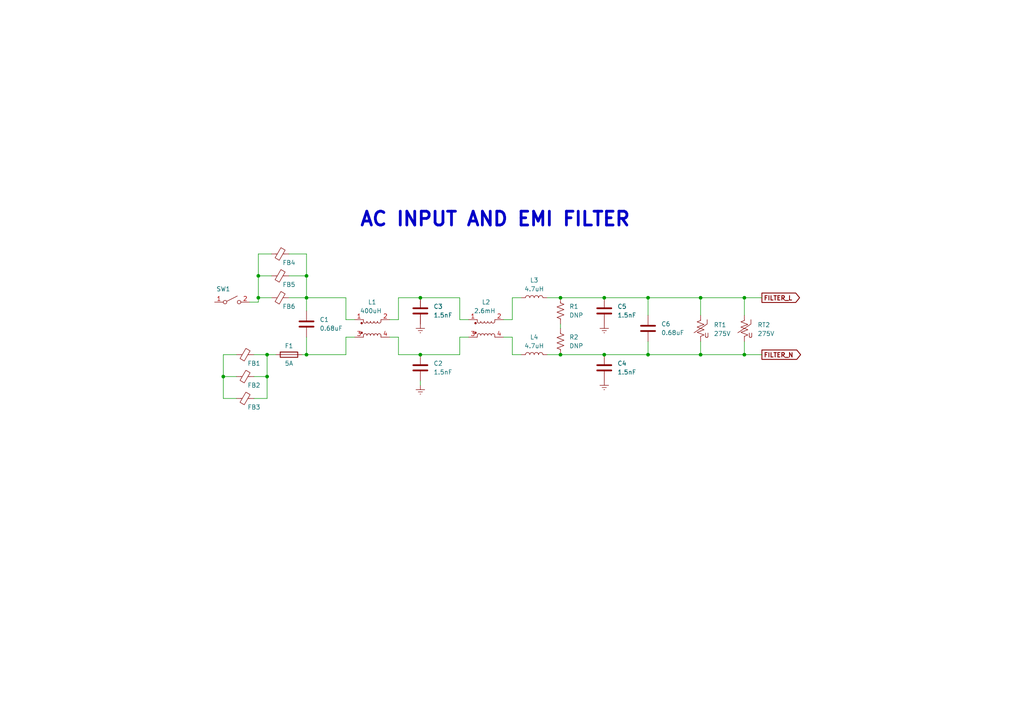
<source format=kicad_sch>
(kicad_sch (version 20230121) (generator eeschema)
  (paper "A4")
  (title_block (title "Full Bridge SMPS") (date "2023-12-03"))
  (lib_symbols
    (symbol "Device:C" (pin_numbers hide) (pin_names (offset 0.254))
      (property "Reference" "C" (at 0.635 2.54 0))
      (property "Value" "C" (at 0.635 -2.54 0))
      (symbol "C_0_1"
        (polyline (pts (xy -2.032 -0.762) (xy 2.032 -0.762)) (stroke (width 0.508)))
        (polyline (pts (xy -2.032 0.762) (xy 2.032 0.762)) (stroke (width 0.508)))
      )
      (symbol "C_1_1"
        (pin passive line (at 0 3.81 270) (length 2.794) (name "~") (number "1"))
        (pin passive line (at 0 -3.81 90) (length 2.794) (name "~") (number "2"))
      )
    )
    (symbol "Device:FerriteBead_Small" (pin_numbers hide) (pin_names (offset 0))
      (property "Reference" "FB" (at 1.905 1.27 0))
      (property "Value" "FerriteBead_Small" (at 1.905 -1.27 0))
      (symbol "FerriteBead_Small_0_1"
        (polyline (pts (xy 0 -1.27) (xy 0 -0.7874)))
        (polyline (pts (xy 0 0.889) (xy 0 1.2954)))
        (polyline (pts (xy -1.8288 0.2794) (xy -1.1176 1.4986) (xy 1.8288 -0.2032) (xy 1.1176 -1.4224) (xy -1.8288 0.2794)))
      )
      (symbol "FerriteBead_Small_1_1"
        (pin passive line (at 0 2.54 270) (length 1.27) (name "~") (number "1"))
        (pin passive line (at 0 -2.54 90) (length 1.27) (name "~") (number "2"))
      )
    )
    (symbol "Device:Fuse" (pin_numbers hide) (pin_names (offset 0))
      (property "Reference" "F" (at 2.032 0 90))
      (property "Value" "Fuse" (at -1.905 0 90))
      (symbol "Fuse_0_1"
        (rectangle (start -0.762 -2.54) (end 0.762 2.54) (stroke (width 0.254)))
        (polyline (pts (xy 0 2.54) (xy 0 -2.54)))
      )
      (symbol "Fuse_1_1"
        (pin passive line (at 0 3.81 270) (length 1.27) (name "~") (number "1"))
        (pin passive line (at 0 -3.81 90) (length 1.27) (name "~") (number "2"))
      )
    )
    (symbol "Device:L" (pin_numbers hide) (pin_names (offset 1.016) hide)
      (property "Reference" "L" (at -1.27 0 90))
      (property "Value" "L" (at 1.905 0 90))
      (symbol "L_0_1"
        (arc (start 0 -2.54) (mid 0.6323 -1.905) (end 0 -1.27))
        (arc (start 0 -1.27) (mid 0.6323 -0.635) (end 0 0))
        (arc (start 0 0) (mid 0.6323 0.635) (end 0 1.27))
        (arc (start 0 1.27) (mid 0.6323 1.905) (end 0 2.54))
      )
      (symbol "L_1_1"
        (pin passive line (at 0 3.81 270) (length 1.27) (name "1") (number "1"))
        (pin passive line (at 0 -3.81 90) (length 1.27) (name "2") (number "2"))
      )
    )
    (symbol "Device:L_Coupled" (pin_names (offset 0.254) hide)
      (property "Reference" "L" (at 0 4.445 0))
      (property "Value" "L_Coupled" (at 0 -4.445 0))
      (symbol "L_Coupled_0_1"
        (circle (center -3.048 -1.27) (radius 0.254) (fill (type outline)))
        (circle (center -3.048 1.524) (radius 0.254) (fill (type outline)))
        (arc (start -2.54 2.032) (mid -2.032 1.5262) (end -1.524 2.032))
        (arc (start -1.524 -2.032) (mid -2.032 -1.5262) (end -2.54 -2.032))
        (arc (start -1.524 2.032) (mid -1.016 1.5262) (end -0.508 2.032))
        (arc (start -0.508 -2.032) (mid -1.016 -1.5262) (end -1.524 -2.032))
        (arc (start -0.508 2.032) (mid 0 1.5262) (end 0.508 2.032))
        (polyline (pts (xy -2.54 -2.032) (xy -2.54 -2.54)))
        (polyline (pts (xy -2.54 2.032) (xy -2.54 2.54)))
        (polyline (pts (xy 2.54 -2.032) (xy 2.54 -2.54)))
        (polyline (pts (xy 2.54 2.54) (xy 2.54 2.032)))
        (arc (start 0.508 -2.032) (mid 0 -1.5262) (end -0.508 -2.032))
        (arc (start 0.508 2.032) (mid 1.016 1.5262) (end 1.524 2.032))
        (arc (start 1.524 -2.032) (mid 1.016 -1.5262) (end 0.508 -2.032))
        (arc (start 1.524 2.032) (mid 2.032 1.5262) (end 2.54 2.032))
        (arc (start 2.54 -2.032) (mid 2.032 -1.5262) (end 1.524 -2.032))
      )
      (symbol "L_Coupled_1_1"
        (pin passive line (at -5.08 2.54 0) (length 2.54) (name "1") (number "1"))
        (pin passive line (at 5.08 2.54 180) (length 2.54) (name "2") (number "2"))
        (pin passive line (at -5.08 -2.54 0) (length 2.54) (name "3") (number "3"))
        (pin passive line (at 5.08 -2.54 180) (length 2.54) (name "4") (number "4"))
      )
    )
    (symbol "Device:R_US" (pin_numbers hide) (pin_names (offset 0))
      (property "Reference" "R" (at 2.54 0 90))
      (property "Value" "R_US" (at -2.54 0 90))
      (symbol "R_US_0_1"
        (polyline (pts (xy 0 -2.286) (xy 0 -2.54)))
        (polyline (pts (xy 0 2.286) (xy 0 2.54)))
        (polyline (pts (xy 0 -0.762) (xy 1.016 -1.143) (xy 0 -1.524) (xy -1.016 -1.905) (xy 0 -2.286)))
        (polyline (pts (xy 0 0.762) (xy 1.016 0.381) (xy 0 0) (xy -1.016 -0.381) (xy 0 -0.762)))
        (polyline (pts (xy 0 2.286) (xy 1.016 1.905) (xy 0 1.524) (xy -1.016 1.143) (xy 0 0.762)))
      )
      (symbol "R_US_1_1"
        (pin passive line (at 0 3.81 270) (length 1.27) (name "~") (number "1"))
        (pin passive line (at 0 -3.81 90) (length 1.27) (name "~") (number "2"))
      )
    )
    (symbol "Device:Varistor_US" (pin_numbers hide) (pin_names (offset 0))
      (property "Reference" "RV" (at 3.175 0 90))
      (property "Value" "Varistor_US" (at -3.175 0 90))
      (symbol "Varistor_US_0_0"
        (text "U" (at -1.778 -2.032 0) (effects (font (size 1.27 1.27))))
      )
      (symbol "Varistor_US_0_1"
        (polyline (pts (xy 0 -2.286) (xy 0 -2.54)))
        (polyline (pts (xy 0 2.286) (xy 0 2.54)))
        (polyline (pts (xy -1.905 2.54) (xy -1.905 1.27) (xy 1.905 -1.27)))
        (polyline (pts (xy 0 -0.762) (xy 1.016 -1.143) (xy 0 -1.524) (xy -1.016 -1.905) (xy 0 -2.286)))
        (polyline (pts (xy 0 0.762) (xy 1.016 0.381) (xy 0 0) (xy -1.016 -0.381) (xy 0 -0.762)))
        (polyline (pts (xy 0 2.286) (xy 1.016 1.905) (xy 0 1.524) (xy -1.016 1.143) (xy 0 0.762)))
      )
      (symbol "Varistor_US_1_1"
        (pin passive line (at 0 3.81 270) (length 1.27) (name "~") (number "1"))
        (pin passive line (at 0 -3.81 90) (length 1.27) (name "~") (number "2"))
      )
    )
    (symbol "Switch:SW_SPST" (pin_names (offset 0) hide)
      (property "Reference" "SW" (at 0 3.175 0))
      (property "Value" "SW_SPST" (at 0 -2.54 0))
      (symbol "SW_SPST_0_0"
        (circle (center -2.032 0) (radius 0.508))
        (polyline (pts (xy -1.524 0.254) (xy 1.524 1.778)))
        (circle (center 2.032 0) (radius 0.508))
      )
      (symbol "SW_SPST_1_1"
        (pin passive line (at -5.08 0 0) (length 2.54) (name "A") (number "1"))
        (pin passive line (at 5.08 0 180) (length 2.54) (name "B") (number "2"))
      )
    )
    (symbol "power:Earth" (power) (pin_names (offset 0))
      (symbol "Earth_0_1"
        (polyline (pts (xy -0.635 -1.905) (xy 0.635 -1.905)))
        (polyline (pts (xy -0.127 -2.54) (xy 0.127 -2.54)))
        (polyline (pts (xy 0 -1.27) (xy 0 0)))
        (polyline (pts (xy 1.27 -1.27) (xy -1.27 -1.27)))
      )
      (symbol "Earth_1_1"
        (pin power_in line (at 0 0 270) (length 0) hide (name "Earth") (number "1"))
      )
    )
  )
  (junction (at 203.2 102.87))
  (junction (at 187.96 86.36))
  (junction (at 187.96 102.87))
  (junction (at 88.9 86.36))
  (junction (at 175.26 86.36))
  (junction (at 121.92 102.87))
  (junction (at 88.9 80.01))
  (junction (at 64.77 109.22))
  (junction (at 203.2 86.36))
  (junction (at 215.9 102.87))
  (junction (at 162.56 102.87))
  (junction (at 77.47 109.22))
  (junction (at 74.93 80.01))
  (junction (at 77.47 102.87))
  (junction (at 162.56 86.36))
  (junction (at 121.92 86.36))
  (junction (at 215.9 86.36))
  (junction (at 88.9 102.87))
  (junction (at 74.93 86.36))
  (junction (at 175.26 102.87))
  (wire (pts (xy 148.59 102.87) (xy 151.13 102.87)))
  (wire (pts (xy 203.2 102.87) (xy 203.2 99.06)))
  (wire (pts (xy 133.35 92.71) (xy 133.35 86.36)))
  (wire (pts (xy 74.93 80.01) (xy 78.74 80.01)))
  (wire (pts (xy 162.56 86.36) (xy 175.26 86.36)))
  (wire (pts (xy 74.93 73.66) (xy 74.93 80.01)))
  (wire (pts (xy 146.05 97.79) (xy 148.59 97.79)))
  (wire (pts (xy 100.33 102.87) (xy 100.33 97.79)))
  (wire (pts (xy 121.92 86.36) (xy 133.35 86.36)))
  (wire (pts (xy 100.33 97.79) (xy 102.87 97.79)))
  (wire (pts (xy 135.89 92.71) (xy 133.35 92.71)))
  (wire (pts (xy 148.59 86.36) (xy 151.13 86.36)))
  (wire (pts (xy 162.56 93.98) (xy 162.56 95.25)))
  (wire (pts (xy 100.33 86.36) (xy 88.9 86.36)))
  (wire (pts (xy 68.58 102.87) (xy 64.77 102.87)))
  (wire (pts (xy 115.57 92.71) (xy 115.57 86.36)))
  (wire (pts (xy 121.92 110.49) (xy 121.92 111.76)))
  (wire (pts (xy 133.35 97.79) (xy 135.89 97.79)))
  (wire (pts (xy 102.87 92.71) (xy 100.33 92.71)))
  (wire (pts (xy 158.75 86.36) (xy 162.56 86.36)))
  (wire (pts (xy 215.9 86.36) (xy 220.98 86.36)))
  (wire (pts (xy 115.57 86.36) (xy 121.92 86.36)))
  (wire (pts (xy 133.35 102.87) (xy 133.35 97.79)))
  (wire (pts (xy 77.47 115.57) (xy 77.47 109.22)))
  (wire (pts (xy 87.63 102.87) (xy 88.9 102.87)))
  (wire (pts (xy 72.39 87.63) (xy 74.93 87.63)))
  (wire (pts (xy 121.92 102.87) (xy 133.35 102.87)))
  (wire (pts (xy 187.96 102.87) (xy 175.26 102.87)))
  (wire (pts (xy 83.82 73.66) (xy 88.9 73.66)))
  (wire (pts (xy 64.77 109.22) (xy 68.58 109.22)))
  (wire (pts (xy 77.47 102.87) (xy 77.47 109.22)))
  (wire (pts (xy 215.9 91.44) (xy 215.9 86.36)))
  (wire (pts (xy 187.96 99.06) (xy 187.96 102.87)))
  (wire (pts (xy 203.2 102.87) (xy 215.9 102.87)))
  (wire (pts (xy 73.66 115.57) (xy 77.47 115.57)))
  (wire (pts (xy 83.82 86.36) (xy 88.9 86.36)))
  (wire (pts (xy 88.9 80.01) (xy 88.9 86.36)))
  (wire (pts (xy 88.9 102.87) (xy 100.33 102.87)))
  (wire (pts (xy 64.77 102.87) (xy 64.77 109.22)))
  (wire (pts (xy 73.66 102.87) (xy 77.47 102.87)))
  (wire (pts (xy 203.2 86.36) (xy 187.96 86.36)))
  (wire (pts (xy 74.93 80.01) (xy 74.93 86.36)))
  (wire (pts (xy 175.26 86.36) (xy 187.96 86.36)))
  (wire (pts (xy 115.57 102.87) (xy 115.57 97.79)))
  (wire (pts (xy 64.77 115.57) (xy 64.77 109.22)))
  (wire (pts (xy 78.74 73.66) (xy 74.93 73.66)))
  (wire (pts (xy 113.03 97.79) (xy 115.57 97.79)))
  (wire (pts (xy 88.9 86.36) (xy 88.9 90.17)))
  (wire (pts (xy 115.57 102.87) (xy 121.92 102.87)))
  (wire (pts (xy 187.96 86.36) (xy 187.96 91.44)))
  (wire (pts (xy 83.82 80.01) (xy 88.9 80.01)))
  (wire (pts (xy 74.93 86.36) (xy 78.74 86.36)))
  (wire (pts (xy 162.56 102.87) (xy 175.26 102.87)))
  (wire (pts (xy 113.03 92.71) (xy 115.57 92.71)))
  (wire (pts (xy 74.93 86.36) (xy 74.93 87.63)))
  (wire (pts (xy 215.9 102.87) (xy 220.98 102.87)))
  (wire (pts (xy 148.59 97.79) (xy 148.59 102.87)))
  (wire (pts (xy 215.9 102.87) (xy 215.9 99.06)))
  (wire (pts (xy 158.75 102.87) (xy 162.56 102.87)))
  (wire (pts (xy 187.96 102.87) (xy 203.2 102.87)))
  (wire (pts (xy 68.58 115.57) (xy 64.77 115.57)))
  (wire (pts (xy 88.9 73.66) (xy 88.9 80.01)))
  (wire (pts (xy 88.9 97.79) (xy 88.9 102.87)))
  (wire (pts (xy 215.9 86.36) (xy 203.2 86.36)))
  (wire (pts (xy 73.66 109.22) (xy 77.47 109.22)))
  (wire (pts (xy 146.05 92.71) (xy 148.59 92.71)))
  (wire (pts (xy 203.2 86.36) (xy 203.2 91.44)))
  (wire (pts (xy 100.33 92.71) (xy 100.33 86.36)))
  (wire (pts (xy 77.47 102.87) (xy 80.01 102.87)))
  (wire (pts (xy 148.59 92.71) (xy 148.59 86.36)))
  (text "AC INPUT AND EMI FILTER" (at 104.14 66.04 0) (effects (font (size 4 4) (thickness 0.8) bold) (justify left bottom)))
  (global_label "FILTER_L" (shape output) (at 220.98 86.36 0) (effects (font bold)) (property "Intersheetrefs" "${INTERSHEET_REFS}" (effects hide)))
  (global_label "FILTER_N" (shape output) (at 220.98 102.87 0) (effects (font bold)) (property "Intersheetrefs" "${INTERSHEET_REFS}" (effects hide)))
  (symbol (lib_id "Device:C") (at 175.26 90.17 0) (unit 1)
    (property "Reference" "C5" (at 179.07 88.9 0) (effects (justify left)))
    (property "Value" "1.5nF" (at 179.07 91.44 0) (effects (justify left)))
  )
  (symbol (lib_id "Device:L") (at 154.94 102.87 90) (unit 1)
    (property "Reference" "L4" (at 154.94 97.79 90))
    (property "Value" "4.7uH" (at 154.94 100.33 90))
  )
  (symbol (lib_id "power:Earth") (at 175.26 110.49 0) (unit 1)
    (property "Reference" "#PWR02" (effects hide))
    (property "Value" "Earth" (effects hide))
  )
  (symbol (lib_id "power:Earth") (at 121.92 111.76 0) (unit 1)
    (property "Reference" "#PWR04" (effects hide))
    (property "Value" "Earth" (effects hide))
  )
  (symbol (lib_id "Device:L") (at 154.94 86.36 90) (unit 1)
    (property "Reference" "L3" (at 154.94 81.28 90))
    (property "Value" "4.7uH" (at 154.94 83.82 90))
  )
  (symbol (lib_id "Device:C") (at 121.92 106.68 0) (unit 1)
    (property "Reference" "C2" (at 125.73 105.41 0) (effects (justify left)))
    (property "Value" "1.5nF" (at 125.73 107.95 0) (effects (justify left)))
  )
  (symbol (lib_id "Device:C") (at 121.92 90.17 0) (unit 1)
    (property "Reference" "C3" (at 125.73 88.9 0) (effects (justify left)))
    (property "Value" "1.5nF" (at 125.73 91.44 0) (effects (justify left)))
  )
  (symbol (lib_id "Device:Fuse") (at 83.82 102.87 270) (unit 1)
    (property "Reference" "F1" (at 83.82 100.33 90))
    (property "Value" "Fuse" (effects hide))
    (property "Value" "5A" (at 83.82 105.41 90))
  )
  (symbol (lib_id "Device:C") (at 175.26 106.68 0) (unit 1)
    (property "Reference" "C4" (at 179.07 105.41 0) (effects (justify left)))
    (property "Value" "1.5nF" (at 179.07 107.95 0) (effects (justify left)))
  )
  (symbol (lib_id "Device:C") (at 187.96 95.25 0) (unit 1)
    (property "Reference" "C6" (at 191.77 93.98 0) (effects (justify left)))
    (property "Value" "0.68uF" (at 191.77 96.52 0) (effects (justify left)))
  )
  (symbol (lib_id "Device:FerriteBead_Small") (at 81.28 86.36 90) (unit 1)
    (property "Reference" "FB6" (at 83.82 88.9 90))
    (property "Value" "FerriteBead_Small" (effects hide))
  )
  (symbol (lib_id "Device:FerriteBead_Small") (at 81.28 73.66 90) (unit 1)
    (property "Reference" "FB4" (at 83.82 76.2 90))
    (property "Value" "FerriteBead_Small" (effects hide))
  )
  (symbol (lib_id "Device:R_US") (at 162.56 90.17 0) (unit 1)
    (property "Reference" "R1" (at 165.1 88.9 0) (effects (justify left)))
    (property "Value" "DNP" (at 165.1 91.44 0) (effects (justify left)))
  )
  (symbol (lib_id "power:Earth") (at 121.92 93.98 0) (unit 1)
    (property "Reference" "#PWR01" (effects hide))
    (property "Value" "Earth" (effects hide))
  )
  (symbol (lib_id "Switch:SW_SPST") (at 67.31 87.63 0) (unit 1)
    (property "Reference" "SW1" (at 64.77 83.82 0))
    (property "Value" "SW_SPST" (effects hide))
  )
  (symbol (lib_id "Device:L_Coupled") (at 140.97 95.25 0) (unit 1)
    (property "Reference" "L2" (at 140.97 87.63 0))
    (property "Value" "2.6mH" (at 140.589 90.17 0))
  )
  (symbol (lib_id "Device:Varistor_US") (at 203.2 95.25 0) (mirror y) (unit 1)
    (property "Reference" "RT1" (at 207.01 94.2368 0) (effects (justify right)))
    (property "Value" "275V" (at 207.01 96.7768 0) (effects (justify right)))
  )
  (symbol (lib_id "Device:FerriteBead_Small") (at 71.12 102.87 90) (unit 1)
    (property "Reference" "FB1" (at 73.66 105.41 90))
    (property "Value" "FerriteBead_Small" (effects hide))
  )
  (symbol (lib_id "power:Earth") (at 175.26 93.98 0) (unit 1)
    (property "Reference" "#PWR03" (effects hide))
    (property "Value" "Earth" (effects hide))
  )
  (symbol (lib_id "Device:L_Coupled") (at 107.95 95.25 0) (unit 1)
    (property "Reference" "L1" (at 107.95 87.63 0))
    (property "Value" "400uH" (at 107.569 90.17 0))
  )
  (symbol (lib_id "Device:FerriteBead_Small") (at 81.28 80.01 90) (unit 1)
    (property "Reference" "FB5" (at 83.82 82.55 90))
    (property "Value" "FerriteBead_Small" (effects hide))
  )
  (symbol (lib_id "Device:FerriteBead_Small") (at 71.12 115.57 90) (unit 1)
    (property "Reference" "FB3" (at 73.66 118.11 90))
    (property "Value" "FerriteBead_Small" (effects hide))
  )
  (symbol (lib_id "Device:C") (at 88.9 93.98 0) (unit 1)
    (property "Reference" "C1" (at 92.71 92.71 0) (effects (justify left)))
    (property "Value" "0.68uF" (at 92.71 95.25 0) (effects (justify left)))
  )
  (symbol (lib_id "Device:FerriteBead_Small") (at 71.12 109.22 90) (unit 1)
    (property "Reference" "FB2" (at 73.66 111.76 90))
    (property "Value" "FerriteBead_Small" (effects hide))
  )
  (symbol (lib_id "Device:Varistor_US") (at 215.9 95.25 0) (mirror y) (unit 1)
    (property "Reference" "RT2" (at 219.71 94.2368 0) (effects (justify right)))
    (property "Value" "275V" (at 219.71 96.7768 0) (effects (justify right)))
  )
  (symbol (lib_id "Device:R_US") (at 162.56 99.06 0) (unit 1)
    (property "Reference" "R2" (at 165.1 97.79 0) (effects (justify left)))
    (property "Value" "DNP" (at 165.1 100.33 0) (effects (justify left)))
  )
)
</source>
